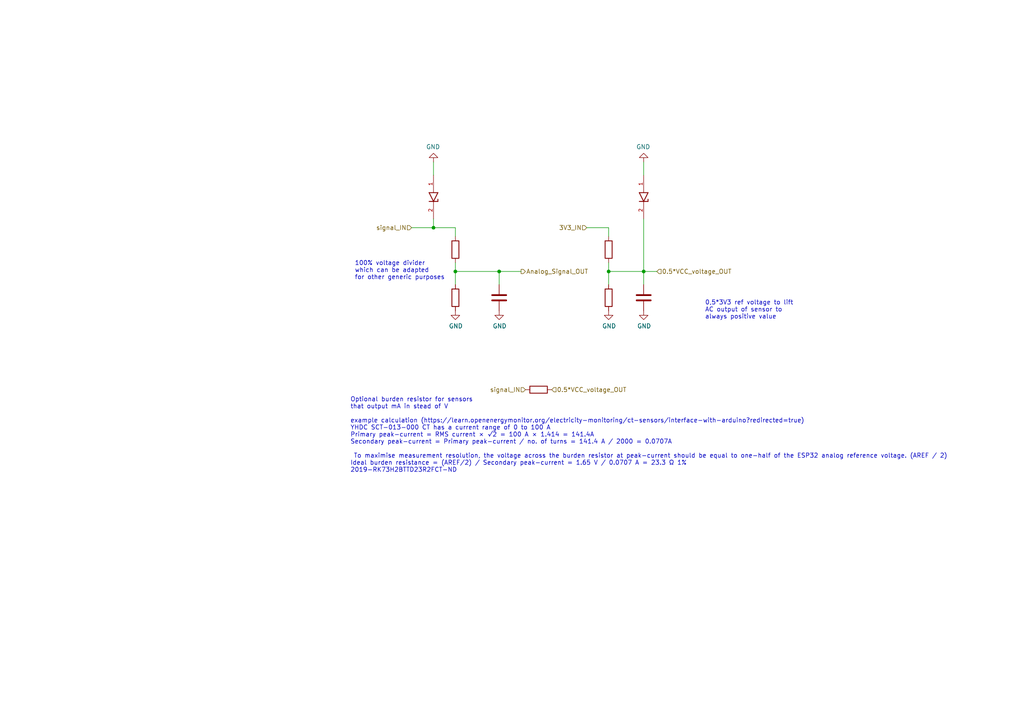
<source format=kicad_sch>
(kicad_sch (version 20250114) (generator "eeschema") (generator_version "9.0")
  (paper "A4")
  (lib_symbols
    (symbol "C-Sense_CAN_IO_MBUS_EXP_PCB-rescue:C-C-Sense_diverse" (pin_numbers (hide yes)) (pin_names (offset 0.254))
      (property "Reference" "C" (at 0.635 2.54 0))
      (property "Value" "C-Sense_diverse_C" (at 0.635 -2.54 0))
      (symbol "C-C-Sense_diverse_0_1"
        (polyline (pts (xy -2.032 0.762) (xy 2.032 0.762)) (stroke (width 0.508)))
        (polyline (pts (xy -2.032 -0.762) (xy 2.032 -0.762)) (stroke (width 0.508)))
      )
      (symbol "C-C-Sense_diverse_1_1"
        (pin passive line (at 0 3.81 270) (length 2.794) (name "~") (number "1"))
        (pin passive line (at 0 -3.81 90) (length 2.794) (name "~") (number "2"))
      )
    )
    (symbol "C-Sense_CAN_IO_MBUS_EXP_PCB-rescue:GND-C-Sense_diverse" (power) (pin_names (offset 0))
      (property "Value" "C-Sense_diverse_GND" (at 0 -3.81 0))
      (symbol "GND-C-Sense_diverse_0_1"
        (polyline (pts (xy 0 0) (xy 0 -1.27) (xy 1.27 -1.27) (xy 0 -2.54) (xy -1.27 -1.27) (xy 0 -1.27)))
      )
      (symbol "GND-C-Sense_diverse_1_1"
        (pin power_in line (at 0 0 270) (length 0) (hide yes) (name "GND") (number "1"))
      )
    )
    (symbol "Device:R" (pin_numbers (hide yes)) (pin_names (offset 0))
      (property "Reference" "R" (at 2.032 0 90))
      (property "Value" "R" (at 0 0 90))
      (symbol "R_0_1"
        (rectangle (start -1.016 -2.54) (end 1.016 2.54) (stroke (width 0.254)))
      )
      (symbol "R_1_1"
        (pin passive line (at 0 3.81 270) (length 1.27) (name "~") (number "1"))
        (pin passive line (at 0 -3.81 90) (length 1.27) (name "~") (number "2"))
      )
    )
    (symbol "tvs:TVS" (pin_names (offset 1.016))
      (property "Reference" "D" (at -5.0835 2.4159 0))
      (property "Value" "TVS" (at -5.0854 -4.9611 0))
      (symbol "TVS_0_0"
        (polyline (pts (xy -1.27 0) (xy -1.27 1.27)) (stroke (width 0.254)))
        (polyline (pts (xy -1.27 0) (xy 1.27 -1.27)) (stroke (width 0.254)))
        (polyline (pts (xy -1.27 -1.27) (xy -1.27 0)) (stroke (width 0.254)))
        (polyline (pts (xy -0.635 -1.27) (xy -1.27 -1.27)) (stroke (width 0.254)))
        (polyline (pts (xy 1.27 1.27) (xy -1.27 0)) (stroke (width 0.254)))
        (polyline (pts (xy 1.27 -1.27) (xy 1.27 1.27)) (stroke (width 0.254)))
      )
      (symbol "TVS_1_0"
        (pin passive line (at -6.35 0 0) (length 5.08) (name "~") (number "2"))
        (pin passive line (at 6.35 0 180) (length 5.08) (name "~") (number "1"))
      )
    )
  )
  (text "100% voltage divider \nwhich can be adapted \nfor other generic purposes" (at 102.87 81.28 0) (effects (font (size 1.27 1.27)) (justify left bottom)))
  (text "0,5*3V3 ref voltage to lift \nAC output of sensor to \nalways positive value" (at 204.47 92.71 0) (effects (font (size 1.27 1.27)) (justify left bottom)))
  (text "Optional burden resistor for sensors \nthat output mA in stead of V\n\nexample calculation (https://learn.openenergymonitor.org/electricity-monitoring/ct-sensors/interface-with-arduino?redirected=true)\nYHDC SCT-013-000 CT has a current range of 0 to 100 A\nPrimary peak-current = RMS current × √2 = 100 A × 1.414 = 141.4A\nSecondary peak-current = Primary peak-current / no. of turns = 141.4 A / 2000 = 0.0707A\n\n To maximise measurement resolution, the voltage across the burden resistor at peak-current should be equal to one-half of the ESP32 analog reference voltage. (AREF / 2)\nIdeal burden resistance = (AREF/2) / Secondary peak-current = 1.65 V / 0.0707 A = 23.3 Ω 1%\n2019-RK73H2BTTD23R2FCT-ND\n" (at 101.6 137.16 0) (effects (font (size 1.27 1.27)) (justify left bottom)))
  (junction (at 125.73 66.04))
  (junction (at 176.53 78.74))
  (junction (at 186.69 78.74))
  (junction (at 144.78 78.74))
  (junction (at 132.08 78.74))
  (wire (pts (xy 132.08 76.2) (xy 132.08 78.74)))
  (wire (pts (xy 176.53 78.74) (xy 176.53 82.55)))
  (wire (pts (xy 176.53 66.04) (xy 176.53 68.58)))
  (wire (pts (xy 132.08 78.74) (xy 144.78 78.74)))
  (wire (pts (xy 186.69 82.55) (xy 186.69 78.74)))
  (wire (pts (xy 144.78 82.55) (xy 144.78 78.74)))
  (wire (pts (xy 125.73 63.5) (xy 125.73 66.04)))
  (wire (pts (xy 119.38 66.04) (xy 125.73 66.04)))
  (wire (pts (xy 190.5 78.74) (xy 186.69 78.74)))
  (wire (pts (xy 125.73 46.99) (xy 125.73 50.8)))
  (wire (pts (xy 186.69 63.5) (xy 186.69 78.74)))
  (wire (pts (xy 186.69 46.99) (xy 186.69 50.8)))
  (wire (pts (xy 132.08 66.04) (xy 132.08 68.58)))
  (wire (pts (xy 144.78 78.74) (xy 151.13 78.74)))
  (wire (pts (xy 186.69 78.74) (xy 176.53 78.74)))
  (wire (pts (xy 132.08 78.74) (xy 132.08 82.55)))
  (wire (pts (xy 170.18 66.04) (xy 176.53 66.04)))
  (wire (pts (xy 176.53 76.2) (xy 176.53 78.74)))
  (wire (pts (xy 125.73 66.04) (xy 132.08 66.04)))
  (hierarchical_label "3V3_IN" (shape input) (at 170.18 66.04 180))
  (hierarchical_label "signal_IN" (shape input) (at 119.38 66.04 180))
  (hierarchical_label "signal_IN" (shape input) (at 152.4 113.03 180))
  (hierarchical_label "Analog_Signal_OUT" (shape output) (at 151.13 78.74 0))
  (hierarchical_label "0.5*VCC_voltage_OUT" (shape input) (at 190.5 78.74 0))
  (hierarchical_label "0.5*VCC_voltage_OUT" (shape input) (at 160.02 113.03 0))
  (symbol (lib_id "Device:R") (at 176.53 72.39 180) (unit 1)
    (property "Reference" "R63" (effects (hide yes)))
    (property "Value" "100K" (effects (hide yes)))
    (property "Footprint" "Resistor_SMD:R_0603_1608Metric" (effects (hide yes)))
    (property "Digi-Key_PN" "RMCF0603FT100KCT-ND" (effects (hide yes)))
    (property "Component comment" "Can be replaced with other manufacturer component with same specs" (effects (hide yes)))
    (property "MF" "Stackpole Electronics Inc" (effects (hide yes)))
    (property "MP" "RMCF0603FT100K" (effects (hide yes)))
    (property "pcb" "exp_v1" (effects (hide yes)))
    (instances (project "" (path "" (reference "R?") (unit 1)) (path "" (reference "R63") (unit 1))))
  )
  (symbol (lib_id "Device:R") (at 176.53 86.36 180) (unit 1)
    (property "Reference" "R64" (effects (hide yes)))
    (property "Value" "100K" (effects (hide yes)))
    (property "Footprint" "Resistor_SMD:R_0603_1608Metric" (effects (hide yes)))
    (property "Digi-Key_PN" "RMCF0603FT100KCT-ND" (effects (hide yes)))
    (property "Component comment" "Can be replaced with other manufacturer component with same specs" (effects (hide yes)))
    (property "MF" "Stackpole Electronics Inc" (effects (hide yes)))
    (property "MP" "RMCF0603FT100K" (effects (hide yes)))
    (property "pcb" "exp_v1" (effects (hide yes)))
    (instances (project "" (path "" (reference "R?") (unit 1)) (path "" (reference "R64") (unit 1))))
  )
  (symbol (lib_id "C-Sense_CAN_IO_MBUS_EXP_PCB-rescue:GND-C-Sense_diverse") (at 176.53 90.17 0) (unit 1)
    (property "Reference" "#PWR04" (effects (hide yes)))
    (property "Value" "GND" (at 176.657 94.5642 0))
  )
  (symbol (lib_id "C-Sense_CAN_IO_MBUS_EXP_PCB-rescue:GND-C-Sense_diverse") (at 186.69 46.99 180) (unit 1)
    (property "Reference" "#PWR05" (effects (hide yes)))
    (property "Value" "GND" (at 186.563 42.5958 0))
  )
  (symbol (lib_id "tvs:TVS") (at 186.69 57.15 90) (unit 1)
    (property "Reference" "D6" (effects (hide yes)))
    (property "Value" "TVS 3V3" (effects (hide yes)))
    (property "Footprint" "I_Connect:89A" (effects (hide yes)))
    (property "Digi-Key_PN" "MSP3V3HM3/89AGICT-ND" (effects (hide yes)))
    (property "Component comment" "none" (effects (hide yes)))
    (property "MF" "Vishay General Semiconductor - Diodes Division" (effects (hide yes)))
    (property "MP" "MSP3V3HM3/89A" (effects (hide yes)))
    (property "pcb" "exp_v1" (effects (hide yes)))
  )
  (symbol (lib_id "C-Sense_CAN_IO_MBUS_EXP_PCB-rescue:C-C-Sense_diverse") (at 186.69 86.36 0) (unit 1)
    (property "Reference" "C2" (effects (hide yes)))
    (property "Value" "10uF" (effects (hide yes)))
    (property "Footprint" "Capacitor_SMD:C_1206_3216Metric" (effects (hide yes)))
    (property "Digi-Key_PN" "490-9964-1-ND" (effects (hide yes)))
    (property "Component comment" "Can be replaced with other manufacturer component with same specs" (effects (hide yes)))
    (property "MF" "Murata Electronics" (effects (hide yes)))
    (property "MP" "GRM319R6YA106KA12D" (effects (hide yes)))
    (property "pcb" "exp_v1" (effects (hide yes)))
  )
  (symbol (lib_id "C-Sense_CAN_IO_MBUS_EXP_PCB-rescue:GND-C-Sense_diverse") (at 186.69 90.17 0) (unit 1)
    (property "Reference" "#PWR06" (effects (hide yes)))
    (property "Value" "GND" (at 186.817 94.5642 0))
  )
  (symbol (lib_id "Device:R") (at 132.08 86.36 180) (unit 1)
    (property "Reference" "R61" (effects (hide yes)))
    (property "Value" "NP" (effects (hide yes)))
    (property "Footprint" "Resistor_SMD:R_1206_3216Metric_Pad1.30x1.75mm_HandSolder" (effects (hide yes)))
    (property "Component comment" "Not placed" (effects (hide yes)))
    (property "Digi-Key_PN" "Not placed" (effects (hide yes)))
    (property "MF" "Not placed" (effects (hide yes)))
    (property "MP" "Not placed" (effects (hide yes)))
    (property "pcb" "exp_v1" (effects (hide yes)))
    (property "Mount type" "Not placed" (effects (hide yes)))
    (instances (project "" (path "" (reference "R?") (unit 1)) (path "" (reference "R61") (unit 1))))
  )
  (symbol (lib_id "Device:R") (at 132.08 72.39 180) (unit 1)
    (property "Reference" "R60" (effects (hide yes)))
    (property "Value" "0" (effects (hide yes)))
    (property "Footprint" "Resistor_SMD:R_1206_3216Metric_Pad1.30x1.75mm_HandSolder" (effects (hide yes)))
    (property "Digi-Key_PN" "RMCF1206ZT0R00CT-ND" (effects (hide yes)))
    (property "Component comment" "Can be replaced with other manufacturer component with same specs" (effects (hide yes)))
    (property "MF" "Stackpole Electronics Inc" (effects (hide yes)))
    (property "MP" "RMCF1206ZT0R00" (effects (hide yes)))
    (property "pcb" "exp_v1" (effects (hide yes)))
    (instances (project "" (path "" (reference "R?") (unit 1)) (path "" (reference "R60") (unit 1))))
  )
  (symbol (lib_id "C-Sense_CAN_IO_MBUS_EXP_PCB-rescue:GND-C-Sense_diverse") (at 132.08 90.17 0) (unit 1)
    (property "Reference" "#PWR02" (effects (hide yes)))
    (property "Value" "GND" (at 132.207 94.5642 0))
  )
  (symbol (lib_id "C-Sense_CAN_IO_MBUS_EXP_PCB-rescue:GND-C-Sense_diverse") (at 125.73 46.99 180) (unit 1)
    (property "Reference" "#PWR01" (effects (hide yes)))
    (property "Value" "GND" (at 125.603 42.5958 0))
  )
  (symbol (lib_id "tvs:TVS") (at 125.73 57.15 90) (unit 1)
    (property "Reference" "D5" (effects (hide yes)))
    (property "Value" "TVS 3V3" (effects (hide yes)))
    (property "Footprint" "I_Connect:89A" (effects (hide yes)))
    (property "Digi-Key_PN" "MSP3V3HM3/89AGICT-ND" (effects (hide yes)))
    (property "Component comment" "none" (effects (hide yes)))
    (property "MF" "Vishay General Semiconductor - Diodes Division" (effects (hide yes)))
    (property "MP" "MSP3V3HM3/89A" (effects (hide yes)))
    (property "pcb" "exp_v1" (effects (hide yes)))
  )
  (symbol (lib_id "Device:R") (at 156.21 113.03 90) (unit 1)
    (property "Reference" "R62" (effects (hide yes)))
    (property "Value" "NP" (effects (hide yes)))
    (property "Footprint" "Resistor_SMD:R_1206_3216Metric_Pad1.30x1.75mm_HandSolder" (effects (hide yes)))
    (property "Component comment" "Not placed" (effects (hide yes)))
    (property "Digi-Key_PN" "Not placed" (effects (hide yes)))
    (property "MF" "Not placed" (effects (hide yes)))
    (property "MP" "Not placed" (effects (hide yes)))
    (property "pcb" "exp_v1" (effects (hide yes)))
    (property "Mount type" "Not placed" (effects (hide yes)))
    (instances (project "" (path "" (reference "R?") (unit 1)) (path "" (reference "R62") (unit 1))))
  )
  (symbol (lib_id "C-Sense_CAN_IO_MBUS_EXP_PCB-rescue:C-C-Sense_diverse") (at 144.78 86.36 0) (unit 1)
    (property "Reference" "C1" (effects (hide yes)))
    (property "Value" "0.1uF" (effects (hide yes)))
    (property "Footprint" "Capacitor_SMD:C_0603_1608Metric" (effects (hide yes)))
    (property "Digi-Key_PN" "311-1088-1-ND" (effects (hide yes)))
    (property "Component comment" "Can be replaced with other manufacturer component with same specs" (effects (hide yes)))
    (property "MF" "YAGEO" (effects (hide yes)))
    (property "MP" "CC0603KRX7R7BB104" (effects (hide yes)))
    (property "pcb" "exp_v1" (effects (hide yes)))
  )
  (symbol (lib_id "C-Sense_CAN_IO_MBUS_EXP_PCB-rescue:GND-C-Sense_diverse") (at 144.78 90.17 0) (unit 1)
    (property "Reference" "#PWR03" (effects (hide yes)))
    (property "Value" "GND" (at 144.907 94.5642 0))
  )
)
</source>
